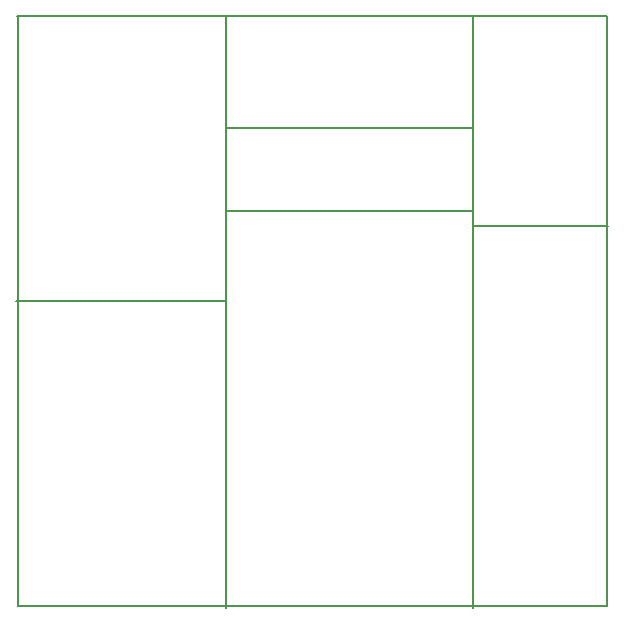
<source format=gbr>
G04 #@! TF.FileFunction,Profile,NP*
%FSLAX46Y46*%
G04 Gerber Fmt 4.6, Leading zero omitted, Abs format (unit mm)*
G04 Created by KiCad (PCBNEW 4.0.4-stable) date 02/17/18 19:56:29*
%MOMM*%
%LPD*%
G01*
G04 APERTURE LIST*
%ADD10C,0.100000*%
%ADD11C,0.150000*%
G04 APERTURE END LIST*
D10*
D11*
X163195000Y-79375000D02*
X174625000Y-79375000D01*
X142240000Y-71120000D02*
X163195000Y-71120000D01*
X142240000Y-85725000D02*
X142240000Y-111760000D01*
X163195000Y-78105000D02*
X163195000Y-111760000D01*
X163195000Y-78105000D02*
X163195000Y-61595000D01*
X142240000Y-78105000D02*
X163195000Y-78105000D01*
X142240000Y-85725000D02*
X142240000Y-61595000D01*
X124460000Y-85725000D02*
X142240000Y-85725000D01*
X124640000Y-111540000D02*
X124640000Y-61600000D01*
X174510000Y-111540000D02*
X124640000Y-111540000D01*
X174510000Y-61610000D02*
X174510000Y-111540000D01*
X124550000Y-61610000D02*
X174510000Y-61610000D01*
M02*

</source>
